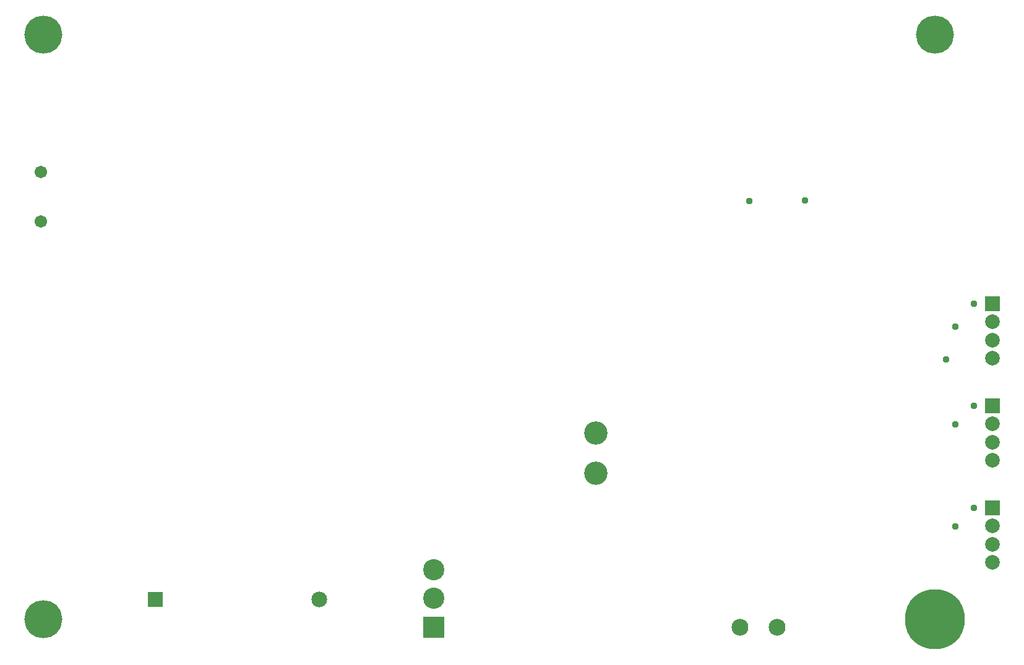
<source format=gbr>
G04 EAGLE Gerber RS-274X export*
G75*
%MOMM*%
%FSLAX34Y34*%
%LPD*%
%INSoldermask Bottom*%
%IPPOS*%
%AMOC8*
5,1,8,0,0,1.08239X$1,22.5*%
G01*
G04 Define Apertures*
%ADD10C,5.203200*%
%ADD11R,2.003200X2.003200*%
%ADD12C,2.003200*%
%ADD13R,2.903200X2.903200*%
%ADD14C,2.903200*%
%ADD15C,3.203200*%
%ADD16C,1.711200*%
%ADD17R,2.153200X2.153200*%
%ADD18C,2.153200*%
%ADD19C,2.303200*%
%ADD20C,0.959600*%
%ADD21C,8.203200*%
D10*
X190000Y900000D03*
X190000Y100000D03*
X1410000Y900100D03*
D11*
X1488440Y532130D03*
D12*
X1488440Y507130D03*
X1488440Y482130D03*
X1488440Y457130D03*
D11*
X1488440Y392430D03*
D12*
X1488440Y367430D03*
X1488440Y342430D03*
X1488440Y317430D03*
D11*
X1488440Y252730D03*
D12*
X1488440Y227730D03*
X1488440Y202730D03*
X1488440Y177730D03*
D13*
X723900Y88900D03*
D14*
X723900Y128500D03*
X723900Y168100D03*
D15*
X946300Y299500D03*
X946300Y354500D03*
D16*
X186300Y712000D03*
X186300Y644500D03*
D17*
X342900Y127000D03*
D18*
X567900Y127000D03*
D19*
X1143000Y88900D03*
X1193800Y88900D03*
D20*
X1437640Y227330D03*
X1437640Y367030D03*
X1437640Y500662D03*
D21*
X1409700Y100076D03*
D20*
X1424940Y455930D03*
X1156224Y672576D03*
X1231900Y673100D03*
X1463040Y252730D03*
X1463040Y392430D03*
X1463040Y532130D03*
M02*

</source>
